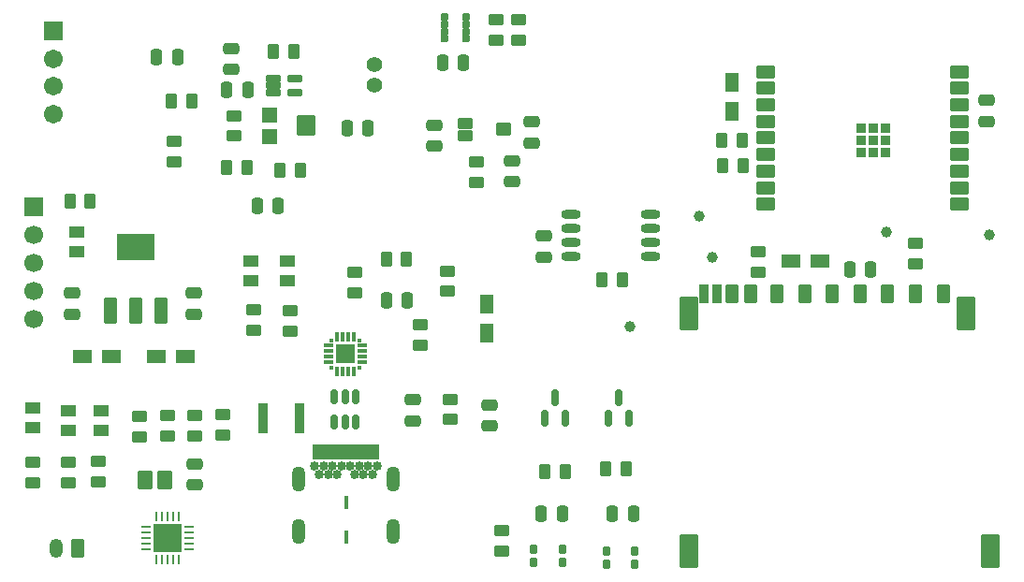
<source format=gbr>
%TF.GenerationSoftware,KiCad,Pcbnew,9.0.3*%
%TF.CreationDate,2025-09-24T14:37:44+05:30*%
%TF.ProjectId,esp_32,6573705f-3332-42e6-9b69-6361645f7063,rev?*%
%TF.SameCoordinates,Original*%
%TF.FileFunction,Soldermask,Top*%
%TF.FilePolarity,Negative*%
%FSLAX46Y46*%
G04 Gerber Fmt 4.6, Leading zero omitted, Abs format (unit mm)*
G04 Created by KiCad (PCBNEW 9.0.3) date 2025-09-24 14:37:44*
%MOMM*%
%LPD*%
G01*
G04 APERTURE LIST*
G04 Aperture macros list*
%AMRoundRect*
0 Rectangle with rounded corners*
0 $1 Rounding radius*
0 $2 $3 $4 $5 $6 $7 $8 $9 X,Y pos of 4 corners*
0 Add a 4 corners polygon primitive as box body*
4,1,4,$2,$3,$4,$5,$6,$7,$8,$9,$2,$3,0*
0 Add four circle primitives for the rounded corners*
1,1,$1+$1,$2,$3*
1,1,$1+$1,$4,$5*
1,1,$1+$1,$6,$7*
1,1,$1+$1,$8,$9*
0 Add four rect primitives between the rounded corners*
20,1,$1+$1,$2,$3,$4,$5,0*
20,1,$1+$1,$4,$5,$6,$7,0*
20,1,$1+$1,$6,$7,$8,$9,0*
20,1,$1+$1,$8,$9,$2,$3,0*%
G04 Aperture macros list end*
%ADD10RoundRect,0.250000X0.450000X-0.262500X0.450000X0.262500X-0.450000X0.262500X-0.450000X-0.262500X0*%
%ADD11RoundRect,0.250000X-0.475000X0.250000X-0.475000X-0.250000X0.475000X-0.250000X0.475000X0.250000X0*%
%ADD12RoundRect,0.102000X-0.550000X-0.400000X0.550000X-0.400000X0.550000X0.400000X-0.550000X0.400000X0*%
%ADD13RoundRect,0.102000X-0.550000X-0.500000X0.550000X-0.500000X0.550000X0.500000X-0.550000X0.500000X0*%
%ADD14RoundRect,0.250000X0.475000X-0.250000X0.475000X0.250000X-0.475000X0.250000X-0.475000X-0.250000X0*%
%ADD15RoundRect,0.250000X-0.262500X-0.450000X0.262500X-0.450000X0.262500X0.450000X-0.262500X0.450000X0*%
%ADD16RoundRect,0.250000X0.350000X0.625000X-0.350000X0.625000X-0.350000X-0.625000X0.350000X-0.625000X0*%
%ADD17O,1.200000X1.750000*%
%ADD18RoundRect,0.250000X-0.450000X0.262500X-0.450000X-0.262500X0.450000X-0.262500X0.450000X0.262500X0*%
%ADD19O,1.804000X0.804000*%
%ADD20RoundRect,0.250000X0.250000X0.475000X-0.250000X0.475000X-0.250000X-0.475000X0.250000X-0.475000X0*%
%ADD21RoundRect,0.250000X0.262500X0.450000X-0.262500X0.450000X-0.262500X-0.450000X0.262500X-0.450000X0*%
%ADD22RoundRect,0.250000X-0.250000X-0.475000X0.250000X-0.475000X0.250000X0.475000X-0.250000X0.475000X0*%
%ADD23RoundRect,0.102000X0.754000X-0.754000X0.754000X0.754000X-0.754000X0.754000X-0.754000X-0.754000X0*%
%ADD24C,1.712000*%
%ADD25C,1.000000*%
%ADD26RoundRect,0.102000X-0.600000X-0.600000X0.600000X-0.600000X0.600000X0.600000X-0.600000X0.600000X0*%
%ADD27RoundRect,0.102000X-0.750000X-0.800000X0.750000X-0.800000X0.750000X0.800000X-0.750000X0.800000X0*%
%ADD28R,1.230000X1.800000*%
%ADD29RoundRect,0.102000X-0.600000X-0.735000X0.600000X-0.735000X0.600000X0.735000X-0.600000X0.735000X0*%
%ADD30RoundRect,0.102000X-0.750000X-0.450000X0.750000X-0.450000X0.750000X0.450000X-0.750000X0.450000X0*%
%ADD31RoundRect,0.102000X-0.350000X-0.350000X0.350000X-0.350000X0.350000X0.350000X-0.350000X0.350000X0*%
%ADD32R,1.400000X1.000000*%
%ADD33RoundRect,0.151000X-0.546000X-0.151000X0.546000X-0.151000X0.546000X0.151000X-0.546000X0.151000X0*%
%ADD34R,1.800000X1.230000*%
%ADD35RoundRect,0.150000X-0.150000X0.512500X-0.150000X-0.512500X0.150000X-0.512500X0.150000X0.512500X0*%
%ADD36RoundRect,0.102000X-0.150000X-0.600000X0.150000X-0.600000X0.150000X0.600000X-0.150000X0.600000X0*%
%ADD37C,0.854000*%
%ADD38RoundRect,0.102000X-0.100000X-0.500000X0.100000X-0.500000X0.100000X0.500000X-0.100000X0.500000X0*%
%ADD39O,1.254000X2.304000*%
%ADD40RoundRect,0.062500X0.350000X0.062500X-0.350000X0.062500X-0.350000X-0.062500X0.350000X-0.062500X0*%
%ADD41RoundRect,0.062500X0.062500X0.350000X-0.062500X0.350000X-0.062500X-0.350000X0.062500X-0.350000X0*%
%ADD42R,2.500000X2.500000*%
%ADD43RoundRect,0.081750X0.265250X0.245250X-0.265250X0.245250X-0.265250X-0.245250X0.265250X-0.245250X0*%
%ADD44RoundRect,0.102000X0.475000X-1.075000X0.475000X1.075000X-0.475000X1.075000X-0.475000X-1.075000X0*%
%ADD45RoundRect,0.102000X1.625000X-1.075000X1.625000X1.075000X-1.625000X1.075000X-1.625000X-1.075000X0*%
%ADD46C,1.412000*%
%ADD47RoundRect,0.150000X0.150000X-0.587500X0.150000X0.587500X-0.150000X0.587500X-0.150000X-0.587500X0*%
%ADD48R,0.300000X0.300000*%
%ADD49R,0.300000X0.900000*%
%ADD50R,0.900000X0.300000*%
%ADD51R,1.800000X1.800000*%
%ADD52R,1.700000X1.700000*%
%ADD53C,1.700000*%
%ADD54RoundRect,0.102000X-0.275000X-0.285000X0.275000X-0.285000X0.275000X0.285000X-0.275000X0.285000X0*%
%ADD55RoundRect,0.102000X-0.500000X-0.750000X0.500000X-0.750000X0.500000X0.750000X-0.500000X0.750000X0*%
%ADD56RoundRect,0.102000X-0.350000X-0.750000X0.350000X-0.750000X0.350000X0.750000X-0.350000X0.750000X0*%
%ADD57RoundRect,0.102000X-0.750000X-1.400000X0.750000X-1.400000X0.750000X1.400000X-0.750000X1.400000X0*%
%ADD58R,0.910000X2.810000*%
G04 APERTURE END LIST*
D10*
%TO.C,R21*%
X151755000Y-100642500D03*
X151755000Y-98817500D03*
%TD*%
D11*
%TO.C,C25*%
X148005000Y-95492500D03*
X148005000Y-97392500D03*
%TD*%
D12*
%TO.C,Q1*%
X150745000Y-95342500D03*
X150745000Y-96442500D03*
D13*
X154255000Y-95892500D03*
%TD*%
D11*
%TO.C,C23*%
X156755000Y-95192500D03*
X156755000Y-97092500D03*
%TD*%
D14*
%TO.C,C24*%
X155005000Y-100592500D03*
X155005000Y-98692500D03*
%TD*%
D10*
%TO.C,R11*%
X140750000Y-110662500D03*
X140750000Y-108837500D03*
%TD*%
D15*
%TO.C,R20*%
X173987500Y-96900000D03*
X175812500Y-96900000D03*
%TD*%
D16*
%TO.C,J5*%
X115750000Y-133750000D03*
D17*
X113750000Y-133750000D03*
%TD*%
D18*
%TO.C,R26*%
X124430000Y-96975000D03*
X124430000Y-98800000D03*
%TD*%
D19*
%TO.C,U6*%
X160300000Y-103595000D03*
X160300000Y-104865000D03*
X160300000Y-106135000D03*
X160300000Y-107405000D03*
X167500000Y-107405000D03*
X167500000Y-106135000D03*
X167500000Y-104865000D03*
X167500000Y-103595000D03*
%TD*%
D20*
%TO.C,C11*%
X143625000Y-111350000D03*
X145525000Y-111350000D03*
%TD*%
D21*
%TO.C,R13*%
X145450000Y-107600000D03*
X143625000Y-107600000D03*
%TD*%
D20*
%TO.C,C15*%
X150600000Y-89862500D03*
X148700000Y-89862500D03*
%TD*%
D22*
%TO.C,C19*%
X122850000Y-89300000D03*
X124750000Y-89300000D03*
%TD*%
D23*
%TO.C,J4*%
X113500000Y-87000000D03*
D24*
X113500000Y-89500000D03*
X113500000Y-92000000D03*
X113500000Y-94500000D03*
%TD*%
D10*
%TO.C,R14*%
X131650000Y-114025000D03*
X131650000Y-112200000D03*
%TD*%
D20*
%TO.C,C17*%
X142000000Y-95800000D03*
X140100000Y-95800000D03*
%TD*%
D25*
%TO.C,TP4*%
X188900000Y-105200000D03*
%TD*%
%TO.C,TP2*%
X173150000Y-107450000D03*
%TD*%
D21*
%TO.C,R34*%
X165332500Y-126580000D03*
X163507500Y-126580000D03*
%TD*%
D10*
%TO.C,R27*%
X129850000Y-96462500D03*
X129850000Y-94637500D03*
%TD*%
D26*
%TO.C,R17*%
X133100000Y-94550000D03*
D27*
X136350000Y-95550000D03*
D26*
X133100000Y-96550000D03*
%TD*%
D18*
%TO.C,R1*%
X121320000Y-121850000D03*
X121320000Y-123675000D03*
%TD*%
D28*
%TO.C,C7*%
X174900000Y-91590000D03*
X174900000Y-94210000D03*
%TD*%
D29*
%TO.C,FB1*%
X121850000Y-127600000D03*
X123570000Y-127600000D03*
%TD*%
D18*
%TO.C,R4*%
X146750000Y-113587500D03*
X146750000Y-115412500D03*
%TD*%
D22*
%TO.C,C12*%
X185575000Y-108550000D03*
X187475000Y-108550000D03*
%TD*%
D25*
%TO.C,TP1*%
X165650000Y-113700000D03*
%TD*%
D30*
%TO.C,U3*%
X177940000Y-90650000D03*
X177940000Y-92150000D03*
X177940000Y-93650000D03*
X177940000Y-95150000D03*
X177940000Y-96650000D03*
X177940000Y-98150000D03*
X177940000Y-99650000D03*
X177940000Y-101150000D03*
X177940000Y-102650000D03*
X195440000Y-102650000D03*
X195440000Y-101150000D03*
X195440000Y-99650000D03*
X195440000Y-98150000D03*
X195440000Y-96650000D03*
X195440000Y-95150000D03*
X195440000Y-93650000D03*
X195440000Y-92150000D03*
X195440000Y-90650000D03*
D31*
X186550000Y-95750000D03*
X187650000Y-95750000D03*
X188750000Y-95750000D03*
X186550000Y-96850000D03*
X187650000Y-96850000D03*
X188750000Y-96850000D03*
X186550000Y-97950000D03*
X187650000Y-97950000D03*
X188750000Y-97950000D03*
%TD*%
D14*
%TO.C,C10*%
X153000000Y-122700000D03*
X153000000Y-120800000D03*
%TD*%
D15*
%TO.C,R31*%
X129187500Y-99300000D03*
X131012500Y-99300000D03*
%TD*%
D14*
%TO.C,C8*%
X197900000Y-95150000D03*
X197900000Y-93250000D03*
%TD*%
D32*
%TO.C,LED4*%
X115600000Y-105140000D03*
X115600000Y-106940000D03*
%TD*%
D10*
%TO.C,R16*%
X177275000Y-108800000D03*
X177275000Y-106975000D03*
%TD*%
D11*
%TO.C,C2*%
X126220000Y-112590000D03*
X126220000Y-110690000D03*
%TD*%
D10*
%TO.C,R32*%
X154040000Y-134025000D03*
X154040000Y-132200000D03*
%TD*%
D33*
%TO.C,U7*%
X133430000Y-91250000D03*
X133430000Y-91900000D03*
X133430000Y-92550000D03*
X135350000Y-92550000D03*
X135350000Y-91250000D03*
%TD*%
D25*
%TO.C,TP3*%
X171900000Y-103700000D03*
%TD*%
D14*
%TO.C,C1*%
X146000000Y-122250000D03*
X146000000Y-120350000D03*
%TD*%
D34*
%TO.C,C5*%
X118780000Y-116390000D03*
X116160000Y-116390000D03*
%TD*%
D10*
%TO.C,R6*%
X128820000Y-123512500D03*
X128820000Y-121687500D03*
%TD*%
D22*
%TO.C,C21*%
X157640000Y-130612500D03*
X159540000Y-130612500D03*
%TD*%
D35*
%TO.C,U5*%
X140850000Y-120062500D03*
X139900000Y-120062500D03*
X138950000Y-120062500D03*
X138950000Y-122337500D03*
X139900000Y-122337500D03*
X140850000Y-122337500D03*
%TD*%
D10*
%TO.C,R19*%
X191500000Y-108050000D03*
X191500000Y-106225000D03*
%TD*%
D22*
%TO.C,C22*%
X164090000Y-130612500D03*
X165990000Y-130612500D03*
%TD*%
D25*
%TO.C,TP5*%
X198150000Y-105450000D03*
%TD*%
D11*
%TO.C,C4*%
X115220000Y-110690000D03*
X115220000Y-112590000D03*
%TD*%
D21*
%TO.C,R28*%
X135262500Y-88800000D03*
X133437500Y-88800000D03*
%TD*%
D32*
%TO.C,LED1*%
X114900000Y-123100000D03*
X114900000Y-121300000D03*
%TD*%
D22*
%TO.C,C20*%
X131980000Y-102800000D03*
X133880000Y-102800000D03*
%TD*%
D10*
%TO.C,R5*%
X126320000Y-123600000D03*
X126320000Y-121775000D03*
%TD*%
D36*
%TO.C,J1*%
X137230000Y-125100000D03*
X137730000Y-125100000D03*
X138230000Y-125100000D03*
X138730000Y-125100000D03*
X139230000Y-125100000D03*
X139730000Y-125100000D03*
X140230000Y-125100000D03*
X140730000Y-125100000D03*
X141230000Y-125100000D03*
X141730000Y-125100000D03*
X142230000Y-125100000D03*
X142730000Y-125100000D03*
D37*
X142780000Y-126350000D03*
X142380000Y-127060000D03*
X141580000Y-127060000D03*
X141180000Y-126350000D03*
X140780000Y-127060000D03*
X140380000Y-126350000D03*
X139580000Y-126350000D03*
X139180000Y-127060000D03*
X138780000Y-126350000D03*
X138380000Y-127060000D03*
X137580000Y-127060000D03*
X137180000Y-126350000D03*
X141980000Y-126350000D03*
X137980000Y-126350000D03*
D38*
X139980000Y-129680000D03*
X139980000Y-132780000D03*
D39*
X135710000Y-127500000D03*
X144250000Y-127500000D03*
X135710000Y-132230000D03*
X144250000Y-132230000D03*
%TD*%
D40*
%TO.C,U1*%
X125812500Y-133875000D03*
X125812500Y-133375000D03*
X125812500Y-132875000D03*
X125812500Y-132375000D03*
X125812500Y-131875000D03*
D41*
X124875000Y-130937500D03*
X124375000Y-130937500D03*
X123875000Y-130937500D03*
X123375000Y-130937500D03*
X122875000Y-130937500D03*
D40*
X121937500Y-131875000D03*
X121937500Y-132375000D03*
X121937500Y-132875000D03*
X121937500Y-133375000D03*
X121937500Y-133875000D03*
D41*
X122875000Y-134812500D03*
X123375000Y-134812500D03*
X123875000Y-134812500D03*
X124375000Y-134812500D03*
X124875000Y-134812500D03*
D42*
X123875000Y-132875000D03*
%TD*%
D18*
%TO.C,R2*%
X123820000Y-121775000D03*
X123820000Y-123600000D03*
%TD*%
D10*
%TO.C,R7*%
X114900000Y-127862500D03*
X114900000Y-126037500D03*
%TD*%
D43*
%TO.C,U2*%
X148930000Y-87675000D03*
X148930000Y-87025000D03*
X148930000Y-86375000D03*
X148930000Y-85725000D03*
X150870000Y-85725000D03*
X150870000Y-86375000D03*
X150870000Y-87025000D03*
X150870000Y-87675000D03*
%TD*%
D11*
%TO.C,C6*%
X126320000Y-126150000D03*
X126320000Y-128050000D03*
%TD*%
D10*
%TO.C,R8*%
X111650000Y-127862500D03*
X111650000Y-126037500D03*
%TD*%
D32*
%TO.C,LED6*%
X131400000Y-109600000D03*
X131400000Y-107800000D03*
%TD*%
D10*
%TO.C,R12*%
X149200000Y-110512500D03*
X149200000Y-108687500D03*
%TD*%
D44*
%TO.C,VR1*%
X118670000Y-112290000D03*
X120970000Y-112290000D03*
X123270000Y-112290000D03*
D45*
X120970000Y-106490000D03*
%TD*%
D34*
%TO.C,C3*%
X122850000Y-116390000D03*
X125470000Y-116390000D03*
%TD*%
D21*
%TO.C,R10*%
X116850000Y-102390000D03*
X115025000Y-102390000D03*
%TD*%
D46*
%TO.C,MK1*%
X142557500Y-89990000D03*
X142557500Y-91890000D03*
%TD*%
D15*
%TO.C,R29*%
X134025000Y-99550000D03*
X135850000Y-99550000D03*
%TD*%
D20*
%TO.C,C18*%
X131100000Y-92300000D03*
X129200000Y-92300000D03*
%TD*%
D21*
%TO.C,R18*%
X175900000Y-99150000D03*
X174075000Y-99150000D03*
%TD*%
D10*
%TO.C,R24*%
X153600000Y-87775000D03*
X153600000Y-85950000D03*
%TD*%
D15*
%TO.C,R30*%
X124187500Y-93300000D03*
X126012500Y-93300000D03*
%TD*%
D47*
%TO.C,Q2*%
X163720000Y-122017500D03*
X165620000Y-122017500D03*
X164670000Y-120142500D03*
%TD*%
D48*
%TO.C,U4*%
X138700000Y-117450000D03*
D49*
X139200000Y-117750000D03*
X139700000Y-117750000D03*
X140200000Y-117750000D03*
X140700000Y-117750000D03*
D48*
X141200000Y-117450000D03*
D50*
X141500000Y-116950000D03*
X141500000Y-116450000D03*
X141500000Y-115950000D03*
X141500000Y-115450000D03*
D48*
X141200000Y-114950000D03*
D49*
X140700000Y-114650000D03*
X140200000Y-114650000D03*
X139700000Y-114650000D03*
X139200000Y-114650000D03*
D48*
X138700000Y-114950000D03*
D50*
X138400000Y-115450000D03*
X138400000Y-115950000D03*
X138400000Y-116450000D03*
X138400000Y-116950000D03*
D51*
X139950000Y-116200000D03*
%TD*%
D47*
%TO.C,Q3*%
X157970000Y-122017500D03*
X159870000Y-122017500D03*
X158920000Y-120142500D03*
%TD*%
D10*
%TO.C,R15*%
X134900000Y-114112500D03*
X134900000Y-112287500D03*
%TD*%
D14*
%TO.C,C16*%
X129600000Y-90450000D03*
X129600000Y-88550000D03*
%TD*%
D28*
%TO.C,C9*%
X152750000Y-111690000D03*
X152750000Y-114310000D03*
%TD*%
D52*
%TO.C,J6*%
X111750000Y-102880000D03*
D53*
X111750000Y-105420000D03*
X111750000Y-107960000D03*
X111750000Y-110500000D03*
X111750000Y-113040000D03*
%TD*%
D54*
%TO.C,S2*%
X163552500Y-134032500D03*
X166102500Y-134032500D03*
X163552500Y-135192500D03*
X166102500Y-135192500D03*
%TD*%
D10*
%TO.C,R3*%
X149450000Y-122132500D03*
X149450000Y-120307500D03*
%TD*%
D34*
%TO.C,C13*%
X182835000Y-107800000D03*
X180215000Y-107800000D03*
%TD*%
D11*
%TO.C,C14*%
X157900000Y-105550000D03*
X157900000Y-107450000D03*
%TD*%
D55*
%TO.C,J3*%
X191500000Y-110750000D03*
X189000000Y-110750000D03*
X186500000Y-110750000D03*
X184000000Y-110750000D03*
X181500000Y-110750000D03*
X179000000Y-110750000D03*
X176575000Y-110750000D03*
X174875000Y-110750000D03*
X194000000Y-110750000D03*
D56*
X173575000Y-110750000D03*
D57*
X170975000Y-112550000D03*
X196075000Y-112550000D03*
X198275000Y-134050000D03*
X170975000Y-134050000D03*
D56*
X172375000Y-110750000D03*
%TD*%
D10*
%TO.C,R25*%
X155600000Y-87775000D03*
X155600000Y-85950000D03*
%TD*%
D58*
%TO.C,F1*%
X135750000Y-122000000D03*
X132510000Y-122000000D03*
%TD*%
D21*
%TO.C,R22*%
X164975000Y-109500000D03*
X163150000Y-109500000D03*
%TD*%
D32*
%TO.C,LED5*%
X134650000Y-109600000D03*
X134650000Y-107800000D03*
%TD*%
D15*
%TO.C,R33*%
X158007500Y-126830000D03*
X159832500Y-126830000D03*
%TD*%
D32*
%TO.C,LED2*%
X111650000Y-122850000D03*
X111650000Y-121050000D03*
%TD*%
D54*
%TO.C,S1*%
X156990000Y-133862500D03*
X159540000Y-133862500D03*
X156990000Y-135022500D03*
X159540000Y-135022500D03*
%TD*%
D32*
%TO.C,LED3*%
X117820000Y-123150000D03*
X117820000Y-121350000D03*
%TD*%
D10*
%TO.C,R9*%
X117570000Y-127762500D03*
X117570000Y-125937500D03*
%TD*%
M02*

</source>
